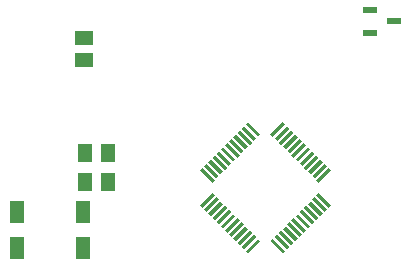
<source format=gtp>
G04 EAGLE Gerber RS-274X export*
G75*
%MOMM*%
%FSLAX34Y34*%
%LPD*%
%INSolderpaste Top*%
%IPPOS*%
%AMOC8*
5,1,8,0,0,1.08239X$1,22.5*%
G01*
%ADD10R,1.475000X0.300000*%
%ADD11R,1.500000X1.300000*%
%ADD12R,1.270000X1.879600*%
%ADD13R,1.300000X1.500000*%
%ADD14R,1.309600X0.618800*%


D10*
G36*
X222232Y246338D02*
X211803Y256767D01*
X213924Y258888D01*
X224353Y248459D01*
X222232Y246338D01*
G37*
G36*
X218697Y242802D02*
X208268Y253231D01*
X210389Y255352D01*
X220818Y244923D01*
X218697Y242802D01*
G37*
G36*
X215161Y239267D02*
X204732Y249696D01*
X206853Y251817D01*
X217282Y241388D01*
X215161Y239267D01*
G37*
G36*
X211626Y235731D02*
X201197Y246160D01*
X203318Y248281D01*
X213747Y237852D01*
X211626Y235731D01*
G37*
G36*
X208090Y232195D02*
X197661Y242624D01*
X199782Y244745D01*
X210211Y234316D01*
X208090Y232195D01*
G37*
G36*
X204555Y228660D02*
X194126Y239089D01*
X196247Y241210D01*
X206676Y230781D01*
X204555Y228660D01*
G37*
G36*
X201019Y225124D02*
X190590Y235553D01*
X192711Y237674D01*
X203140Y227245D01*
X201019Y225124D01*
G37*
G36*
X197484Y221589D02*
X187055Y232018D01*
X189176Y234139D01*
X199605Y223710D01*
X197484Y221589D01*
G37*
G36*
X193948Y218053D02*
X183519Y228482D01*
X185640Y230603D01*
X196069Y220174D01*
X193948Y218053D01*
G37*
G36*
X190412Y214518D02*
X179983Y224947D01*
X182104Y227068D01*
X192533Y216639D01*
X190412Y214518D01*
G37*
G36*
X186877Y210982D02*
X176448Y221411D01*
X178569Y223532D01*
X188998Y213103D01*
X186877Y210982D01*
G37*
G36*
X183341Y207447D02*
X172912Y217876D01*
X175033Y219997D01*
X185462Y209568D01*
X183341Y207447D01*
G37*
G36*
X185462Y196832D02*
X175033Y186403D01*
X172912Y188524D01*
X183341Y198953D01*
X185462Y196832D01*
G37*
G36*
X188998Y193297D02*
X178569Y182868D01*
X176448Y184989D01*
X186877Y195418D01*
X188998Y193297D01*
G37*
G36*
X192533Y189761D02*
X182104Y179332D01*
X179983Y181453D01*
X190412Y191882D01*
X192533Y189761D01*
G37*
G36*
X196069Y186226D02*
X185640Y175797D01*
X183519Y177918D01*
X193948Y188347D01*
X196069Y186226D01*
G37*
G36*
X199605Y182690D02*
X189176Y172261D01*
X187055Y174382D01*
X197484Y184811D01*
X199605Y182690D01*
G37*
G36*
X203140Y179155D02*
X192711Y168726D01*
X190590Y170847D01*
X201019Y181276D01*
X203140Y179155D01*
G37*
G36*
X206676Y175619D02*
X196247Y165190D01*
X194126Y167311D01*
X204555Y177740D01*
X206676Y175619D01*
G37*
G36*
X210211Y172084D02*
X199782Y161655D01*
X197661Y163776D01*
X208090Y174205D01*
X210211Y172084D01*
G37*
G36*
X213747Y168548D02*
X203318Y158119D01*
X201197Y160240D01*
X211626Y170669D01*
X213747Y168548D01*
G37*
G36*
X217282Y165012D02*
X206853Y154583D01*
X204732Y156704D01*
X215161Y167133D01*
X217282Y165012D01*
G37*
G36*
X220818Y161477D02*
X210389Y151048D01*
X208268Y153169D01*
X218697Y163598D01*
X220818Y161477D01*
G37*
G36*
X224353Y157941D02*
X213924Y147512D01*
X211803Y149633D01*
X222232Y160062D01*
X224353Y157941D01*
G37*
G36*
X243276Y147512D02*
X232847Y157941D01*
X234968Y160062D01*
X245397Y149633D01*
X243276Y147512D01*
G37*
G36*
X246811Y151048D02*
X236382Y161477D01*
X238503Y163598D01*
X248932Y153169D01*
X246811Y151048D01*
G37*
G36*
X250347Y154583D02*
X239918Y165012D01*
X242039Y167133D01*
X252468Y156704D01*
X250347Y154583D01*
G37*
G36*
X253882Y158119D02*
X243453Y168548D01*
X245574Y170669D01*
X256003Y160240D01*
X253882Y158119D01*
G37*
G36*
X257418Y161655D02*
X246989Y172084D01*
X249110Y174205D01*
X259539Y163776D01*
X257418Y161655D01*
G37*
G36*
X260953Y165190D02*
X250524Y175619D01*
X252645Y177740D01*
X263074Y167311D01*
X260953Y165190D01*
G37*
G36*
X264489Y168726D02*
X254060Y179155D01*
X256181Y181276D01*
X266610Y170847D01*
X264489Y168726D01*
G37*
G36*
X268024Y172261D02*
X257595Y182690D01*
X259716Y184811D01*
X270145Y174382D01*
X268024Y172261D01*
G37*
G36*
X271560Y175797D02*
X261131Y186226D01*
X263252Y188347D01*
X273681Y177918D01*
X271560Y175797D01*
G37*
G36*
X275096Y179332D02*
X264667Y189761D01*
X266788Y191882D01*
X277217Y181453D01*
X275096Y179332D01*
G37*
G36*
X278631Y182868D02*
X268202Y193297D01*
X270323Y195418D01*
X280752Y184989D01*
X278631Y182868D01*
G37*
G36*
X282167Y186403D02*
X271738Y196832D01*
X273859Y198953D01*
X284288Y188524D01*
X282167Y186403D01*
G37*
G36*
X284288Y217876D02*
X273859Y207447D01*
X271738Y209568D01*
X282167Y219997D01*
X284288Y217876D01*
G37*
G36*
X280752Y221411D02*
X270323Y210982D01*
X268202Y213103D01*
X278631Y223532D01*
X280752Y221411D01*
G37*
G36*
X277217Y224947D02*
X266788Y214518D01*
X264667Y216639D01*
X275096Y227068D01*
X277217Y224947D01*
G37*
G36*
X273681Y228482D02*
X263252Y218053D01*
X261131Y220174D01*
X271560Y230603D01*
X273681Y228482D01*
G37*
G36*
X270145Y232018D02*
X259716Y221589D01*
X257595Y223710D01*
X268024Y234139D01*
X270145Y232018D01*
G37*
G36*
X266610Y235553D02*
X256181Y225124D01*
X254060Y227245D01*
X264489Y237674D01*
X266610Y235553D01*
G37*
G36*
X263074Y239089D02*
X252645Y228660D01*
X250524Y230781D01*
X260953Y241210D01*
X263074Y239089D01*
G37*
G36*
X259539Y242624D02*
X249110Y232195D01*
X246989Y234316D01*
X257418Y244745D01*
X259539Y242624D01*
G37*
G36*
X256003Y246160D02*
X245574Y235731D01*
X243453Y237852D01*
X253882Y248281D01*
X256003Y246160D01*
G37*
G36*
X252468Y249696D02*
X242039Y239267D01*
X239918Y241388D01*
X250347Y251817D01*
X252468Y249696D01*
G37*
G36*
X248932Y253231D02*
X238503Y242802D01*
X236382Y244923D01*
X246811Y255352D01*
X248932Y253231D01*
G37*
G36*
X245397Y256767D02*
X234968Y246338D01*
X232847Y248459D01*
X243276Y258888D01*
X245397Y256767D01*
G37*
D11*
X75311Y330302D03*
X75311Y311302D03*
D12*
X74361Y182960D03*
X18481Y182960D03*
X18481Y152480D03*
X74361Y152480D03*
D13*
X94912Y208117D03*
X75912Y208117D03*
X94912Y232758D03*
X75912Y232758D03*
D14*
X317127Y353543D03*
X317127Y334543D03*
X337431Y344043D03*
M02*

</source>
